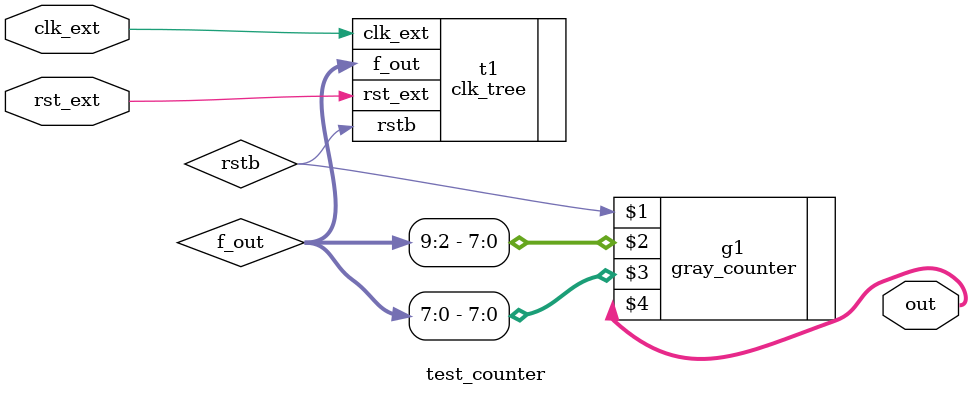
<source format=v>
`timescale 1ns/1ps
`include "gray_counter.v"
`include "clk_tree.v"
module test_counter(rst_ext,clk_ext,out);
input rst_ext,clk_ext; //clk_in is the clk from external input
output [7:0]out;
wire [15:0]f_out; //f_out is the clock output from clock tree
wire rstb;//wire clk_inter;   // this is the fastest clock frequency merged with rstb
clk_tree t1(.rst_ext(rst_ext),.clk_ext(clk_ext),.f_out(f_out),.rstb(rstb));
gray_counter g1(rstb,f_out[9:2],f_out[7:0],out);
endmodule

/*Working Perfect
//testbench
module tb_test_counter;
reg rst_ext,clk_ext;
wire[7:0]out;
test_counter ts1(rst_ext,clk_ext,out);
parameter FREQ=2560000;
real clk_pd=(1.0/(2*FREQ))*1e9;
initial begin
$dumpfile("test_counter.vcd");
$dumpvars(2,tb_test_counter);
end
//clock gen
initial begin
clk_ext=0;
forever
#(clk_pd)clk_ext=~clk_ext;
end
//signals
initial begin
rst_ext=0;
#256 rst_ext=1;
repeat(2) @(posedge clk_ext);
#256 rst_ext=0;
repeat(20) @(posedge clk_ext);
#300 $finish;
end
endmodule
*/


</source>
